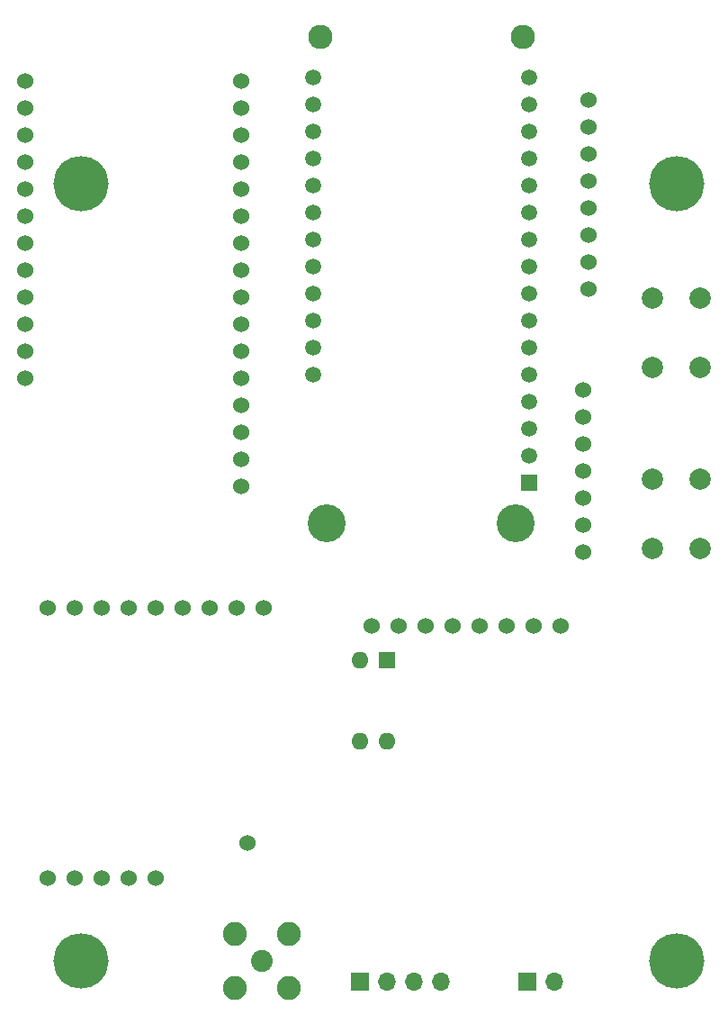
<source format=gbr>
%TF.GenerationSoftware,KiCad,Pcbnew,7.0.1-0*%
%TF.CreationDate,2023-04-22T10:01:52-07:00*%
%TF.ProjectId,Pioneer Controller V3,50696f6e-6565-4722-9043-6f6e74726f6c,rev?*%
%TF.SameCoordinates,Original*%
%TF.FileFunction,Soldermask,Bot*%
%TF.FilePolarity,Negative*%
%FSLAX46Y46*%
G04 Gerber Fmt 4.6, Leading zero omitted, Abs format (unit mm)*
G04 Created by KiCad (PCBNEW 7.0.1-0) date 2023-04-22 10:01:52*
%MOMM*%
%LPD*%
G01*
G04 APERTURE LIST*
%ADD10C,2.000000*%
%ADD11C,1.524000*%
%ADD12C,5.200000*%
%ADD13C,2.286000*%
%ADD14R,1.508000X1.508000*%
%ADD15C,1.508000*%
%ADD16C,3.556000*%
%ADD17R,1.600000X1.600000*%
%ADD18O,1.600000X1.600000*%
%ADD19C,2.050000*%
%ADD20C,2.250000*%
%ADD21R,1.700000X1.700000*%
%ADD22O,1.700000X1.700000*%
G04 APERTURE END LIST*
D10*
%TO.C,SW2*%
X90750000Y-74250000D03*
X90750000Y-67750000D03*
X95250000Y-74250000D03*
X95250000Y-67750000D03*
%TD*%
D11*
%TO.C,U1*%
X52065000Y-65875000D03*
X52065000Y-63335000D03*
X52065000Y-58255000D03*
X52065000Y-55715000D03*
X52065000Y-53175000D03*
X52065000Y-50635000D03*
X52065000Y-48095000D03*
X52065000Y-45555000D03*
X31745000Y-58255000D03*
X31745000Y-35395000D03*
X31745000Y-37935000D03*
X31745000Y-40475000D03*
X31745000Y-43015000D03*
X31745000Y-45555000D03*
X31745000Y-48095000D03*
X31745000Y-50635000D03*
X52065000Y-30315000D03*
X31745000Y-55715000D03*
X52065000Y-60795000D03*
X52065000Y-40475000D03*
X52065000Y-37935000D03*
X52065000Y-68415000D03*
X52065000Y-35395000D03*
X52065000Y-43015000D03*
X31745000Y-32855000D03*
X31745000Y-30315000D03*
X52065000Y-32855000D03*
X31745000Y-53175000D03*
%TD*%
D12*
%TO.C,H2*%
X37000000Y-40000000D03*
%TD*%
D10*
%TO.C,SW1*%
X90750000Y-57250000D03*
X90750000Y-50750000D03*
X95250000Y-57250000D03*
X95250000Y-50750000D03*
%TD*%
D13*
%TO.C,U2*%
X59475000Y-26140000D03*
X78525000Y-26140000D03*
D14*
X79160000Y-68050000D03*
D15*
X79160000Y-65510000D03*
X79160000Y-62970000D03*
X79160000Y-60430000D03*
X79160000Y-57890000D03*
X79160000Y-55350000D03*
X79160000Y-52810000D03*
X79160000Y-50270000D03*
X79160000Y-47730000D03*
X79160000Y-45190000D03*
X79160000Y-42650000D03*
X79160000Y-40110000D03*
X79160000Y-37570000D03*
X79160000Y-35030000D03*
X79160000Y-32490000D03*
X79160000Y-29950000D03*
X58840000Y-57890000D03*
X58840000Y-55350000D03*
X58840000Y-52810000D03*
X58840000Y-50270000D03*
X58840000Y-47730000D03*
X58840000Y-45190000D03*
X58840000Y-42650000D03*
X58840000Y-40110000D03*
X58840000Y-37570000D03*
X58840000Y-35030000D03*
X58840000Y-32490000D03*
X58840000Y-29950000D03*
D16*
X77890000Y-71860000D03*
X60110000Y-71860000D03*
%TD*%
D17*
%TO.C,SW5*%
X65775000Y-84732500D03*
D18*
X63235000Y-84732500D03*
X63235000Y-92352500D03*
X65775000Y-92352500D03*
%TD*%
D19*
%TO.C,J4*%
X54000000Y-113000000D03*
D20*
X51460000Y-110460000D03*
X51460000Y-115540000D03*
X56540000Y-110460000D03*
X56540000Y-115540000D03*
%TD*%
D21*
%TO.C,J1*%
X63200000Y-115000000D03*
D22*
X65740000Y-115000000D03*
X68280000Y-115000000D03*
X70820000Y-115000000D03*
%TD*%
D21*
%TO.C,J2*%
X79000000Y-115000000D03*
D22*
X81540000Y-115000000D03*
%TD*%
D12*
%TO.C,H4*%
X93000000Y-113000000D03*
%TD*%
%TO.C,H1*%
X93000000Y-40000000D03*
%TD*%
%TO.C,H3*%
X37000000Y-113000000D03*
%TD*%
D11*
%TO.C,U5*%
X84240000Y-61920000D03*
X84240000Y-74620000D03*
X84240000Y-64460000D03*
X84240000Y-67000000D03*
X84240000Y-72080000D03*
X84240000Y-69540000D03*
X84240000Y-59380000D03*
%TD*%
%TO.C,U8*%
X66900000Y-81510000D03*
X64360000Y-81510000D03*
X82140000Y-81510000D03*
X71980000Y-81510000D03*
X79600000Y-81510000D03*
X77060000Y-81510000D03*
X74520000Y-81510000D03*
X69440000Y-81510000D03*
%TD*%
%TO.C,U4*%
X51620000Y-79840000D03*
X38920000Y-79840000D03*
X41460000Y-79840000D03*
X33840000Y-105240000D03*
X36380000Y-105240000D03*
X38920000Y-105240000D03*
X41460000Y-105240000D03*
X44000000Y-105240000D03*
X36380000Y-79840000D03*
X46540000Y-79840000D03*
X49080000Y-79840000D03*
X54160000Y-79840000D03*
X44000000Y-79840000D03*
X52636000Y-101910000D03*
X33840000Y-79840000D03*
%TD*%
%TO.C,U3*%
X84699000Y-44810000D03*
X84699000Y-42270000D03*
X84699000Y-34650000D03*
X84699000Y-49890000D03*
X84699000Y-37190000D03*
X84699000Y-39730000D03*
X84699000Y-47350000D03*
X84699000Y-32110000D03*
%TD*%
M02*

</source>
